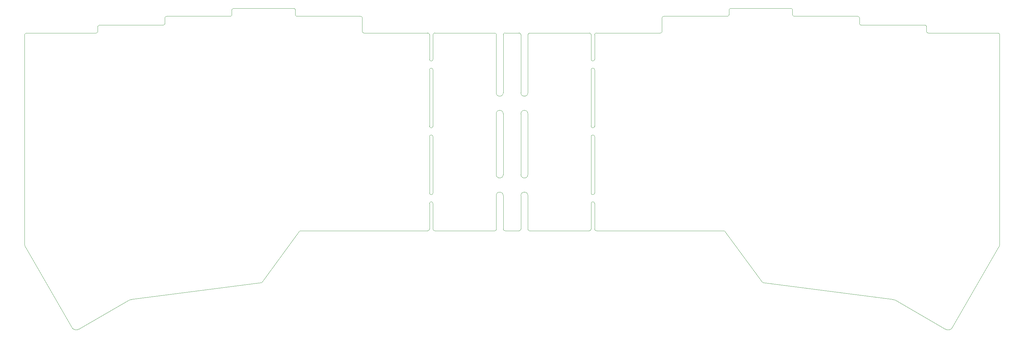
<source format=gm1>
G04 #@! TF.GenerationSoftware,KiCad,Pcbnew,(6.99.0-1912-g359c99991b)*
G04 #@! TF.CreationDate,2023-07-01T16:50:16+07:00*
G04 #@! TF.ProjectId,corne_chocoflan,636f726e-655f-4636-986f-636f666c616e,2*
G04 #@! TF.SameCoordinates,Original*
G04 #@! TF.FileFunction,Profile,NP*
%FSLAX46Y46*%
G04 Gerber Fmt 4.6, Leading zero omitted, Abs format (unit mm)*
G04 Created by KiCad (PCBNEW (6.99.0-1912-g359c99991b)) date 2023-07-01 16:50:16*
%MOMM*%
%LPD*%
G01*
G04 APERTURE LIST*
G04 #@! TA.AperFunction,Profile*
%ADD10C,0.100000*%
G04 #@! TD*
%ADD11C,0.100000*%
%ADD12C,0.200000*%
G04 APERTURE END LIST*
D10*
X133249285Y-7002009D02*
X116332284Y-7002009D01*
D11*
X255750597Y-5250174D02*
X255741214Y-5149988D01*
X255702773Y-5034467D01*
X255638356Y-4933394D01*
X255551935Y-4850694D01*
X255447481Y-4790286D01*
X255328965Y-4756095D01*
X255252757Y-4749795D01*
D10*
X160670092Y-62751781D02*
X160670092Y-55502009D01*
X162170092Y-7002009D02*
X180252981Y-7002009D01*
X160170092Y-7002009D02*
X143253091Y-7002009D01*
X276502376Y-7500612D02*
X276502376Y-66974653D01*
X114832291Y-7502009D02*
G75*
G03*
X114332284Y-7002009I-499991J9D01*
G01*
X115832284Y-36502009D02*
X115832284Y-52502009D01*
D11*
X198606497Y-63398337D02*
X198520082Y-63329194D01*
X198421535Y-63281102D01*
X198314594Y-63255609D01*
X198252931Y-63251781D01*
D12*
X217253125Y-1776D02*
X217253125Y-1776D01*
D10*
X135751188Y-7502009D02*
X135751188Y-24000739D01*
X263050292Y-90783320D02*
X276276316Y-67850953D01*
D11*
X58750142Y-1750058D02*
X58739756Y-1851413D01*
X58700405Y-1967956D01*
X58635398Y-2069592D01*
X58548637Y-2152432D01*
X58444025Y-2212590D01*
X58325464Y-2246178D01*
X58249256Y-2251960D01*
X199250893Y-2250437D02*
X199352331Y-2240802D01*
X199468915Y-2202098D01*
X199570490Y-2137423D01*
X199653135Y-2050691D01*
X199712926Y-1945818D01*
X199745944Y-1826718D01*
X199751272Y-1750058D01*
X200251652Y0D02*
X200151305Y-10769D01*
X200035690Y-50475D01*
X199934676Y-115714D01*
X199852218Y-202597D01*
X199792271Y-307238D01*
X199758788Y-425749D01*
X199753048Y-501897D01*
D10*
X114832284Y-17502009D02*
X114832284Y-33502009D01*
X15380201Y-91162792D02*
X29674284Y-82901708D01*
X161670092Y-14502009D02*
X161670092Y-7502009D01*
X161670091Y-17502009D02*
G75*
G03*
X161170092Y-17002009I-499991J9D01*
G01*
D11*
X209149521Y-77855497D02*
X209235957Y-77924558D01*
X209334507Y-77972574D01*
X209441435Y-77998000D01*
X209503086Y-78001795D01*
X0Y-7500612D02*
X10005Y-7400299D01*
X49023Y-7284717D01*
X113844Y-7183721D01*
X200556Y-7101266D01*
X305246Y-7041302D01*
X424002Y-7007783D01*
X500379Y-7002009D01*
X96249395Y-7002009D02*
X96148626Y-6991871D01*
X96032633Y-6952706D01*
X95931404Y-6887721D01*
X95848890Y-6800789D01*
X95789040Y-6695784D01*
X95755806Y-6576579D01*
X95750285Y-6499853D01*
D10*
X161670119Y-62751781D02*
G75*
G03*
X162170092Y-63251781I499981J-19D01*
G01*
X160670091Y-14502009D02*
G75*
G03*
X161170092Y-15002009I500009J9D01*
G01*
X114832284Y-7502009D02*
X114832284Y-14502009D01*
D11*
X180252981Y-7002009D02*
X180353749Y-6991871D01*
X180469742Y-6952706D01*
X180570971Y-6887721D01*
X180653485Y-6800789D01*
X180713335Y-6695784D01*
X180746569Y-6576579D01*
X180752091Y-6499853D01*
X20749497Y-6501887D02*
X20739360Y-6602656D01*
X20700235Y-6718668D01*
X20635374Y-6819959D01*
X20548698Y-6902602D01*
X20444127Y-6962667D01*
X20325581Y-6996228D01*
X20249376Y-7002009D01*
D10*
X116332284Y-63251781D02*
X133249285Y-63251781D01*
D11*
X39749433Y-4251955D02*
X39739252Y-4352715D01*
X39700102Y-4468667D01*
X39635285Y-4569801D01*
X39548759Y-4652145D01*
X39444479Y-4711727D01*
X39326403Y-4744573D01*
X39250581Y-4749795D01*
D10*
X135751188Y-53250511D02*
X135751188Y-62751781D01*
D11*
X20751779Y-5250174D02*
X20761161Y-5149988D01*
X20799602Y-5034467D01*
X20864019Y-4933394D01*
X20950440Y-4850694D01*
X21054894Y-4790286D01*
X21173410Y-4756095D01*
X21249619Y-4749795D01*
X255752879Y-6501887D02*
X255763015Y-6602656D01*
X255802140Y-6718668D01*
X255867001Y-6819959D01*
X255953677Y-6902602D01*
X256058248Y-6962667D01*
X256176794Y-6996228D01*
X256253000Y-7002009D01*
D10*
X114332284Y-7002009D02*
X96249395Y-7002009D01*
X180752091Y-2750817D02*
X180752091Y-6499853D01*
D11*
X236752943Y-4251955D02*
X236763123Y-4352715D01*
X236802273Y-4468667D01*
X236867090Y-4569801D01*
X236953616Y-4652145D01*
X237057896Y-4711727D01*
X237175972Y-4744573D01*
X237251795Y-4749795D01*
X133751188Y-62750638D02*
X133741000Y-62851406D01*
X133701788Y-62967425D01*
X133636784Y-63068762D01*
X133549874Y-63151521D01*
X133444945Y-63211804D01*
X133325886Y-63245714D01*
X133249285Y-63251781D01*
D10*
X198606497Y-63398337D02*
X209149521Y-77855497D01*
D11*
X143253091Y-7002009D02*
X143152317Y-7012141D01*
X143036268Y-7051258D01*
X142934867Y-7116103D01*
X142852000Y-7202748D01*
X142791556Y-7307268D01*
X142757422Y-7425737D01*
X142751188Y-7501882D01*
D10*
X160670092Y-52502009D02*
X160670092Y-36502009D01*
X115332284Y-34001984D02*
G75*
G03*
X115832284Y-33502009I16J499984D01*
G01*
X161670092Y-36502009D02*
X161670092Y-52502009D01*
X140751188Y-53250511D02*
X140751188Y-62751781D01*
X246828092Y-82901708D02*
X261122175Y-91162792D01*
X67352855Y-77855497D02*
X77895879Y-63398337D01*
X161170092Y-34001992D02*
G75*
G03*
X161670092Y-33502009I8J499992D01*
G01*
D11*
X261122175Y-91162792D02*
X261243752Y-91236101D01*
X261369682Y-91295626D01*
X261498999Y-91341548D01*
X261630743Y-91374049D01*
X261763948Y-91393309D01*
X261897653Y-91399512D01*
X262030894Y-91392838D01*
X262162708Y-91373470D01*
X262292133Y-91341588D01*
X262418204Y-91297376D01*
X262539960Y-91241013D01*
X262656436Y-91172683D01*
X262766671Y-91092567D01*
X262869700Y-91000847D01*
X262964561Y-90897704D01*
X263050292Y-90783320D01*
D10*
X160670091Y-33502009D02*
G75*
G03*
X161170092Y-34002009I500009J9D01*
G01*
D11*
X67352855Y-77855497D02*
X67266418Y-77924558D01*
X67167868Y-77972574D01*
X67060940Y-77998000D01*
X66999290Y-78001795D01*
D10*
X133751188Y-30000739D02*
X133751188Y-47250511D01*
X161670091Y-36502009D02*
G75*
G03*
X161170092Y-36002009I-499991J9D01*
G01*
X20249376Y-7002009D02*
X500379Y-7002009D01*
X114832291Y-52502009D02*
G75*
G03*
X115332284Y-53002009I500009J9D01*
G01*
X160170092Y-63251792D02*
G75*
G03*
X160670092Y-62751781I8J499992D01*
G01*
X140751188Y-47250511D02*
X140751188Y-30000739D01*
X142751188Y-47250511D02*
X142751188Y-30000739D01*
X39250581Y-4749795D02*
X21249619Y-4749795D01*
D12*
X59249251Y-1776D02*
X59249251Y-1776D01*
D10*
X114832291Y-33502009D02*
G75*
G03*
X115332284Y-34002009I500009J9D01*
G01*
X160670092Y-17502009D02*
X160670092Y-33502009D01*
X115332284Y-53001984D02*
G75*
G03*
X115832284Y-52502009I16J499984D01*
G01*
X161170092Y-15001992D02*
G75*
G03*
X161670092Y-14502009I8J499992D01*
G01*
X217752234Y-1750058D02*
X217752234Y-500379D01*
X162170092Y-63251781D02*
X198252931Y-63251781D01*
D11*
X39750961Y-2750817D02*
X39760633Y-2650421D01*
X39799327Y-2534763D01*
X39863888Y-2433720D01*
X39950358Y-2351237D01*
X40054777Y-2291259D01*
X40173189Y-2257735D01*
X40249306Y-2251960D01*
X95249400Y-2250437D02*
X95350133Y-2261114D01*
X95466114Y-2300699D01*
X95567417Y-2365788D01*
X95650140Y-2452468D01*
X95710384Y-2556828D01*
X95744249Y-2674957D01*
X95750285Y-2750817D01*
X217752234Y-1750058D02*
X217762619Y-1851413D01*
X217801970Y-1967956D01*
X217866977Y-2069592D01*
X217953738Y-2152432D01*
X218058350Y-2212590D01*
X218176911Y-2246178D01*
X218253120Y-2251960D01*
D10*
X115832284Y-33502009D02*
X115832284Y-17502009D01*
X58750142Y-500379D02*
X58750142Y-1750058D01*
X209503086Y-78001795D02*
X246173536Y-82772168D01*
X162170092Y-7001992D02*
G75*
G03*
X161670092Y-7502009I8J-500008D01*
G01*
X160670091Y-52502009D02*
G75*
G03*
X161170092Y-53002009I500009J9D01*
G01*
D11*
X77251483Y-2250437D02*
X77150044Y-2240802D01*
X77033460Y-2202098D01*
X76931885Y-2137423D01*
X76849240Y-2050691D01*
X76789449Y-1945818D01*
X76756431Y-1826718D01*
X76751104Y-1750058D01*
D10*
X161170092Y-53001992D02*
G75*
G03*
X161670092Y-52502009I8J499992D01*
G01*
X199753048Y-501897D02*
X199751272Y-1750058D01*
X95249400Y-2250437D02*
X77251483Y-2250437D01*
X115332284Y-15001984D02*
G75*
G03*
X115832284Y-14502009I16J499984D01*
G01*
X39750961Y-2750817D02*
X39749433Y-4251955D01*
X20749497Y-6501887D02*
X20751779Y-5250174D01*
X115832291Y-55502009D02*
G75*
G03*
X115332284Y-55002009I-499991J9D01*
G01*
D11*
X15380201Y-91162792D02*
X15258623Y-91236101D01*
X15132693Y-91295626D01*
X15003376Y-91341548D01*
X14871632Y-91374049D01*
X14738427Y-91393309D01*
X14604722Y-91399512D01*
X14471481Y-91392838D01*
X14339667Y-91373470D01*
X14210242Y-91341588D01*
X14084171Y-91297376D01*
X13962415Y-91241013D01*
X13845939Y-91172683D01*
X13735704Y-91092567D01*
X13632675Y-91000847D01*
X13537814Y-90897704D01*
X13452084Y-90783320D01*
D10*
X136251188Y-7001988D02*
G75*
G03*
X135751188Y-7502009I12J-500012D01*
G01*
X160670092Y-7502009D02*
X160670092Y-14502009D01*
D11*
X217752234Y-500379D02*
X217742351Y-400108D01*
X217703436Y-284514D01*
X217638661Y-183407D01*
X217551941Y-100710D01*
X217447190Y-40344D01*
X217328323Y-6233D01*
X217251855Y0D01*
X276502376Y-7500612D02*
X276492370Y-7400299D01*
X276453352Y-7284717D01*
X276388531Y-7183721D01*
X276301819Y-7101266D01*
X276197129Y-7041302D01*
X276078373Y-7007783D01*
X276001997Y-7002009D01*
D10*
X142751188Y-7501882D02*
X142751188Y-24000739D01*
X115832284Y-55502009D02*
X115832284Y-62751781D01*
X140251188Y-7002009D02*
X136251188Y-7002009D01*
D11*
X181252976Y-2250437D02*
X181152242Y-2261114D01*
X181036261Y-2300699D01*
X180934958Y-2365788D01*
X180852235Y-2452468D01*
X180791991Y-2556828D01*
X180758126Y-2674957D01*
X180752091Y-2750817D01*
D10*
X140251188Y-63251781D02*
X136251188Y-63251781D01*
D11*
X226060Y-67850953D02*
X172453Y-67749381D01*
X125872Y-67644879D01*
X86424Y-67537774D01*
X54220Y-67428392D01*
X29366Y-67317063D01*
X11973Y-67204111D01*
X2148Y-67089865D01*
X0Y-66974653D01*
D10*
X115332284Y-17001984D02*
G75*
G03*
X114832284Y-17502009I16J-500016D01*
G01*
X161170092Y-55001992D02*
G75*
G03*
X160670092Y-55502009I8J-500008D01*
G01*
D11*
X58750142Y-500379D02*
X58760024Y-400108D01*
X58798939Y-284514D01*
X58863714Y-183407D01*
X58950434Y-100710D01*
X59055185Y-40344D01*
X59174052Y-6233D01*
X59250521Y0D01*
D10*
X142751188Y-53250511D02*
X142751188Y-62750638D01*
X114332284Y-63251781D02*
X78249445Y-63251781D01*
X30328840Y-82772168D02*
X66999290Y-78001795D01*
X217251855Y0D02*
X200251652Y0D01*
X236752943Y-4251955D02*
X236751415Y-2750817D01*
X115832291Y-36502009D02*
G75*
G03*
X115332284Y-36002009I-499991J9D01*
G01*
X114832291Y-14502009D02*
G75*
G03*
X115332284Y-15002009I500009J9D01*
G01*
X133751188Y-62750638D02*
X133751188Y-53250511D01*
X95750285Y-6499853D02*
X95750285Y-2750817D01*
X114332284Y-63251784D02*
G75*
G03*
X114832284Y-62751781I16J499984D01*
G01*
X76250724Y0D02*
X59250521Y0D01*
X114832284Y-62751781D02*
X114832284Y-55502009D01*
D11*
X76250724Y0D02*
X76351070Y-10769D01*
X76466685Y-50475D01*
X76567699Y-115714D01*
X76650157Y-202597D01*
X76710104Y-307238D01*
X76743587Y-425749D01*
X76749328Y-501897D01*
D10*
X255252757Y-4749795D02*
X237251795Y-4749795D01*
X115332284Y-36001984D02*
G75*
G03*
X114832284Y-36502009I16J-500016D01*
G01*
X161170092Y-17001992D02*
G75*
G03*
X160670092Y-17502009I8J-500008D01*
G01*
D11*
X29674284Y-82901708D02*
X29774742Y-82873044D01*
X29875978Y-82847480D01*
X29977921Y-82825028D01*
X30080498Y-82805703D01*
X30183637Y-82789520D01*
X30287267Y-82776492D01*
X30328840Y-82772168D01*
D10*
X255750597Y-5250174D02*
X255752879Y-6501887D01*
X226060Y-67850953D02*
X13452084Y-90783320D01*
D11*
X133249285Y-7002009D02*
X133350058Y-7012141D01*
X133466107Y-7051258D01*
X133567508Y-7116103D01*
X133650375Y-7202748D01*
X133710819Y-7307268D01*
X133744953Y-7425737D01*
X133751188Y-7501882D01*
D10*
X133751188Y-24000739D02*
X133751188Y-7501882D01*
X40249306Y-2251960D02*
X58249256Y-2251960D01*
X115832291Y-17502009D02*
G75*
G03*
X115332284Y-17002009I-499991J9D01*
G01*
X115332284Y-55001984D02*
G75*
G03*
X114832284Y-55502009I16J-500016D01*
G01*
X140751191Y-7502009D02*
G75*
G03*
X140251188Y-7002009I-499991J9D01*
G01*
X115832284Y-14502009D02*
X115832284Y-7502009D01*
X135751188Y-47250511D02*
X135751188Y-30000739D01*
X114832284Y-52502009D02*
X114832284Y-36502009D01*
X76751104Y-1750058D02*
X76749328Y-501897D01*
X161670092Y-33502009D02*
X161670092Y-17502009D01*
D11*
X142751188Y-62750638D02*
X142761375Y-62851406D01*
X142800587Y-62967425D01*
X142865591Y-63068762D01*
X142952501Y-63151521D01*
X143057430Y-63211804D01*
X143176489Y-63245714D01*
X143253091Y-63251781D01*
D10*
X140751188Y-24000739D02*
X140751188Y-7502009D01*
X161170092Y-36001992D02*
G75*
G03*
X160670092Y-36502009I8J-500008D01*
G01*
X116332284Y-7001984D02*
G75*
G03*
X115832284Y-7502009I16J-500016D01*
G01*
X160670091Y-7502009D02*
G75*
G03*
X160170092Y-7002009I-499991J9D01*
G01*
X161670092Y-55502009D02*
X161670092Y-62751781D01*
X115832319Y-62751781D02*
G75*
G03*
X116332284Y-63251781I499981J-19D01*
G01*
X161670091Y-55502009D02*
G75*
G03*
X161170092Y-55002009I-499991J9D01*
G01*
X0Y-66974653D02*
X0Y-7500612D01*
D11*
X236751415Y-2750817D02*
X236741742Y-2650421D01*
X236703048Y-2534763D01*
X236638487Y-2433720D01*
X236552017Y-2351237D01*
X236447598Y-2291259D01*
X236329186Y-2257735D01*
X236253070Y-2251960D01*
D10*
X135751219Y-62751781D02*
G75*
G03*
X136251188Y-63251781I499981J-19D01*
G01*
D11*
X246828092Y-82901708D02*
X246727633Y-82873044D01*
X246626397Y-82847480D01*
X246524454Y-82825028D01*
X246421877Y-82805703D01*
X246318738Y-82789520D01*
X246215108Y-82776492D01*
X246173536Y-82772168D01*
D10*
X199250893Y-2250437D02*
X181252976Y-2250437D01*
D11*
X276276316Y-67850953D02*
X276329922Y-67749381D01*
X276376503Y-67644879D01*
X276415951Y-67537774D01*
X276448155Y-67428392D01*
X276473009Y-67317063D01*
X276490402Y-67204111D01*
X276500227Y-67089865D01*
X276502376Y-66974653D01*
D10*
X140251188Y-63251788D02*
G75*
G03*
X140751188Y-62751781I12J499988D01*
G01*
X276001997Y-7002009D02*
X256253000Y-7002009D01*
X143253091Y-63251781D02*
X160170092Y-63251781D01*
D11*
X77895879Y-63398337D02*
X77982293Y-63329194D01*
X78080840Y-63281102D01*
X78187781Y-63255609D01*
X78249445Y-63251781D01*
D10*
X218253120Y-2251960D02*
X236253070Y-2251960D01*
X142751188Y-53250511D02*
G75*
G03*
X140751188Y-53250511I-1000000J0D01*
G01*
X140751188Y-47250511D02*
G75*
G03*
X142751188Y-47250511I1000000J0D01*
G01*
X142751188Y-30000739D02*
G75*
G03*
X140751188Y-30000739I-1000000J0D01*
G01*
X140751188Y-24000739D02*
G75*
G03*
X142751188Y-24000739I1000000J0D01*
G01*
X133751188Y-24000739D02*
G75*
G03*
X135751188Y-24000739I1000000J0D01*
G01*
X135751188Y-30000739D02*
G75*
G03*
X133751188Y-30000739I-1000000J0D01*
G01*
X133751188Y-47250511D02*
G75*
G03*
X135751188Y-47250511I1000000J0D01*
G01*
X135751188Y-53250511D02*
G75*
G03*
X133751188Y-53250511I-1000000J0D01*
G01*
M02*

</source>
